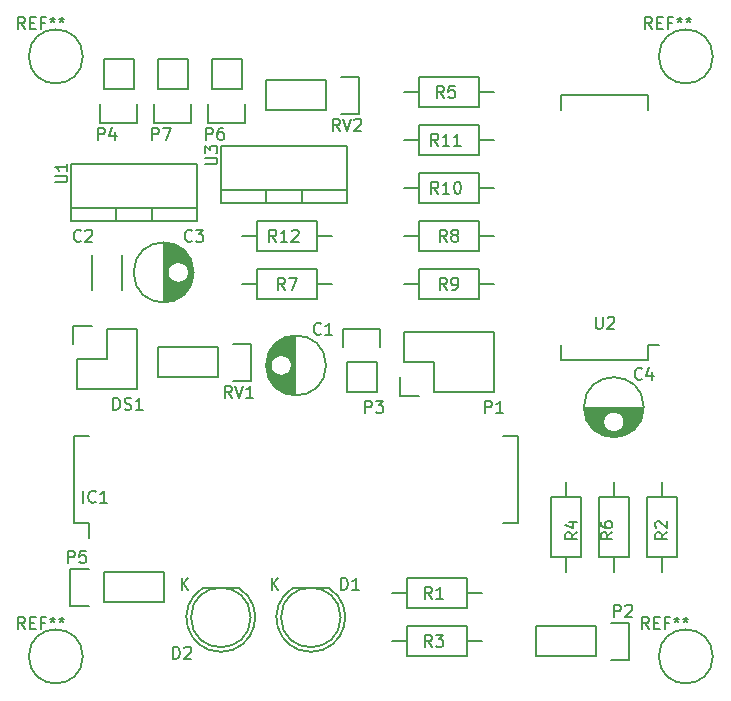
<source format=gbr>
G04 #@! TF.FileFunction,Legend,Top*
%FSLAX46Y46*%
G04 Gerber Fmt 4.6, Leading zero omitted, Abs format (unit mm)*
G04 Created by KiCad (PCBNEW 4.0.2-stable) date 2016-10-26 13:47:51*
%MOMM*%
G01*
G04 APERTURE LIST*
%ADD10C,0.100000*%
%ADD11C,0.150000*%
G04 APERTURE END LIST*
D10*
D11*
X139645000Y-61681000D02*
X139645000Y-56683000D01*
X139505000Y-61673000D02*
X139505000Y-56691000D01*
X139365000Y-61657000D02*
X139365000Y-59277000D01*
X139365000Y-59087000D02*
X139365000Y-56707000D01*
X139225000Y-61633000D02*
X139225000Y-59672000D01*
X139225000Y-58692000D02*
X139225000Y-56731000D01*
X139085000Y-61600000D02*
X139085000Y-59839000D01*
X139085000Y-58525000D02*
X139085000Y-56764000D01*
X138945000Y-61559000D02*
X138945000Y-59946000D01*
X138945000Y-58418000D02*
X138945000Y-56805000D01*
X138805000Y-61509000D02*
X138805000Y-60017000D01*
X138805000Y-58347000D02*
X138805000Y-56855000D01*
X138665000Y-61448000D02*
X138665000Y-60061000D01*
X138665000Y-58303000D02*
X138665000Y-56916000D01*
X138525000Y-61378000D02*
X138525000Y-60080000D01*
X138525000Y-58284000D02*
X138525000Y-56986000D01*
X138385000Y-61296000D02*
X138385000Y-60078000D01*
X138385000Y-58286000D02*
X138385000Y-57068000D01*
X138245000Y-61201000D02*
X138245000Y-60053000D01*
X138245000Y-58311000D02*
X138245000Y-57163000D01*
X138105000Y-61090000D02*
X138105000Y-60005000D01*
X138105000Y-58359000D02*
X138105000Y-57274000D01*
X137965000Y-60962000D02*
X137965000Y-59927000D01*
X137965000Y-58437000D02*
X137965000Y-57402000D01*
X137825000Y-60813000D02*
X137825000Y-59810000D01*
X137825000Y-58554000D02*
X137825000Y-57551000D01*
X137685000Y-60634000D02*
X137685000Y-59622000D01*
X137685000Y-58742000D02*
X137685000Y-57730000D01*
X137545000Y-60415000D02*
X137545000Y-57949000D01*
X137405000Y-60126000D02*
X137405000Y-58238000D01*
X137265000Y-59654000D02*
X137265000Y-58710000D01*
X139370000Y-59182000D02*
G75*
G03X139370000Y-59182000I-900000J0D01*
G01*
X142257500Y-59182000D02*
G75*
G03X142257500Y-59182000I-2537500J0D01*
G01*
X122448000Y-52828000D02*
X122448000Y-49828000D01*
X124948000Y-49828000D02*
X124948000Y-52828000D01*
X128579000Y-48809000D02*
X128579000Y-53807000D01*
X128719000Y-48817000D02*
X128719000Y-53799000D01*
X128859000Y-48833000D02*
X128859000Y-51213000D01*
X128859000Y-51403000D02*
X128859000Y-53783000D01*
X128999000Y-48857000D02*
X128999000Y-50818000D01*
X128999000Y-51798000D02*
X128999000Y-53759000D01*
X129139000Y-48890000D02*
X129139000Y-50651000D01*
X129139000Y-51965000D02*
X129139000Y-53726000D01*
X129279000Y-48931000D02*
X129279000Y-50544000D01*
X129279000Y-52072000D02*
X129279000Y-53685000D01*
X129419000Y-48981000D02*
X129419000Y-50473000D01*
X129419000Y-52143000D02*
X129419000Y-53635000D01*
X129559000Y-49042000D02*
X129559000Y-50429000D01*
X129559000Y-52187000D02*
X129559000Y-53574000D01*
X129699000Y-49112000D02*
X129699000Y-50410000D01*
X129699000Y-52206000D02*
X129699000Y-53504000D01*
X129839000Y-49194000D02*
X129839000Y-50412000D01*
X129839000Y-52204000D02*
X129839000Y-53422000D01*
X129979000Y-49289000D02*
X129979000Y-50437000D01*
X129979000Y-52179000D02*
X129979000Y-53327000D01*
X130119000Y-49400000D02*
X130119000Y-50485000D01*
X130119000Y-52131000D02*
X130119000Y-53216000D01*
X130259000Y-49528000D02*
X130259000Y-50563000D01*
X130259000Y-52053000D02*
X130259000Y-53088000D01*
X130399000Y-49677000D02*
X130399000Y-50680000D01*
X130399000Y-51936000D02*
X130399000Y-52939000D01*
X130539000Y-49856000D02*
X130539000Y-50868000D01*
X130539000Y-51748000D02*
X130539000Y-52760000D01*
X130679000Y-50075000D02*
X130679000Y-52541000D01*
X130819000Y-50364000D02*
X130819000Y-52252000D01*
X130959000Y-50836000D02*
X130959000Y-51780000D01*
X130654000Y-51308000D02*
G75*
G03X130654000Y-51308000I-900000J0D01*
G01*
X131041500Y-51308000D02*
G75*
G03X131041500Y-51308000I-2537500J0D01*
G01*
X169123000Y-62793000D02*
X164125000Y-62793000D01*
X169115000Y-62933000D02*
X164133000Y-62933000D01*
X169099000Y-63073000D02*
X166719000Y-63073000D01*
X166529000Y-63073000D02*
X164149000Y-63073000D01*
X169075000Y-63213000D02*
X167114000Y-63213000D01*
X166134000Y-63213000D02*
X164173000Y-63213000D01*
X169042000Y-63353000D02*
X167281000Y-63353000D01*
X165967000Y-63353000D02*
X164206000Y-63353000D01*
X169001000Y-63493000D02*
X167388000Y-63493000D01*
X165860000Y-63493000D02*
X164247000Y-63493000D01*
X168951000Y-63633000D02*
X167459000Y-63633000D01*
X165789000Y-63633000D02*
X164297000Y-63633000D01*
X168890000Y-63773000D02*
X167503000Y-63773000D01*
X165745000Y-63773000D02*
X164358000Y-63773000D01*
X168820000Y-63913000D02*
X167522000Y-63913000D01*
X165726000Y-63913000D02*
X164428000Y-63913000D01*
X168738000Y-64053000D02*
X167520000Y-64053000D01*
X165728000Y-64053000D02*
X164510000Y-64053000D01*
X168643000Y-64193000D02*
X167495000Y-64193000D01*
X165753000Y-64193000D02*
X164605000Y-64193000D01*
X168532000Y-64333000D02*
X167447000Y-64333000D01*
X165801000Y-64333000D02*
X164716000Y-64333000D01*
X168404000Y-64473000D02*
X167369000Y-64473000D01*
X165879000Y-64473000D02*
X164844000Y-64473000D01*
X168255000Y-64613000D02*
X167252000Y-64613000D01*
X165996000Y-64613000D02*
X164993000Y-64613000D01*
X168076000Y-64753000D02*
X167064000Y-64753000D01*
X166184000Y-64753000D02*
X165172000Y-64753000D01*
X167857000Y-64893000D02*
X165391000Y-64893000D01*
X167568000Y-65033000D02*
X165680000Y-65033000D01*
X167096000Y-65173000D02*
X166152000Y-65173000D01*
X167524000Y-63968000D02*
G75*
G03X167524000Y-63968000I-900000J0D01*
G01*
X169161500Y-62718000D02*
G75*
G03X169161500Y-62718000I-2537500J0D01*
G01*
X139445096Y-78033112D02*
G75*
G03X142470000Y-78018000I1524904J-2484888D01*
G01*
X139470000Y-78018000D02*
X142470000Y-78018000D01*
X143487936Y-80518000D02*
G75*
G03X143487936Y-80518000I-2517936J0D01*
G01*
X131825096Y-78033112D02*
G75*
G03X134850000Y-78018000I1524904J-2484888D01*
G01*
X131850000Y-78018000D02*
X134850000Y-78018000D01*
X135867936Y-80518000D02*
G75*
G03X135867936Y-80518000I-2517936J0D01*
G01*
X151384000Y-61468000D02*
X156464000Y-61468000D01*
X148564000Y-61748000D02*
X148564000Y-60198000D01*
X148844000Y-58928000D02*
X151384000Y-58928000D01*
X151384000Y-58928000D02*
X151384000Y-61468000D01*
X156464000Y-61468000D02*
X156464000Y-56388000D01*
X156464000Y-56388000D02*
X151384000Y-56388000D01*
X148564000Y-61748000D02*
X150114000Y-61748000D01*
X148844000Y-56388000D02*
X148844000Y-58928000D01*
X151384000Y-56388000D02*
X148844000Y-56388000D01*
X165100000Y-81280000D02*
X160020000Y-81280000D01*
X160020000Y-81280000D02*
X160020000Y-83820000D01*
X160020000Y-83820000D02*
X165100000Y-83820000D01*
X167920000Y-84100000D02*
X166370000Y-84100000D01*
X165100000Y-83820000D02*
X165100000Y-81280000D01*
X166370000Y-81000000D02*
X167920000Y-81000000D01*
X167920000Y-81000000D02*
X167920000Y-84100000D01*
X146558000Y-58928000D02*
X146558000Y-61468000D01*
X146838000Y-56108000D02*
X146838000Y-57658000D01*
X146558000Y-58928000D02*
X144018000Y-58928000D01*
X143738000Y-57658000D02*
X143738000Y-56108000D01*
X143738000Y-56108000D02*
X146838000Y-56108000D01*
X144018000Y-58928000D02*
X144018000Y-61468000D01*
X144018000Y-61468000D02*
X146558000Y-61468000D01*
X123444000Y-35814000D02*
X123444000Y-33274000D01*
X123164000Y-38634000D02*
X123164000Y-37084000D01*
X123444000Y-35814000D02*
X125984000Y-35814000D01*
X126264000Y-37084000D02*
X126264000Y-38634000D01*
X126264000Y-38634000D02*
X123164000Y-38634000D01*
X125984000Y-35814000D02*
X125984000Y-33274000D01*
X125984000Y-33274000D02*
X123444000Y-33274000D01*
X123444000Y-79248000D02*
X128524000Y-79248000D01*
X128524000Y-79248000D02*
X128524000Y-76708000D01*
X128524000Y-76708000D02*
X123444000Y-76708000D01*
X120624000Y-76428000D02*
X122174000Y-76428000D01*
X123444000Y-76708000D02*
X123444000Y-79248000D01*
X122174000Y-79528000D02*
X120624000Y-79528000D01*
X120624000Y-79528000D02*
X120624000Y-76428000D01*
X132588000Y-35814000D02*
X132588000Y-33274000D01*
X132308000Y-38634000D02*
X132308000Y-37084000D01*
X132588000Y-35814000D02*
X135128000Y-35814000D01*
X135408000Y-37084000D02*
X135408000Y-38634000D01*
X135408000Y-38634000D02*
X132308000Y-38634000D01*
X135128000Y-35814000D02*
X135128000Y-33274000D01*
X135128000Y-33274000D02*
X132588000Y-33274000D01*
X128016000Y-35814000D02*
X128016000Y-33274000D01*
X127736000Y-38634000D02*
X127736000Y-37084000D01*
X128016000Y-35814000D02*
X130556000Y-35814000D01*
X130836000Y-37084000D02*
X130836000Y-38634000D01*
X130836000Y-38634000D02*
X127736000Y-38634000D01*
X130556000Y-35814000D02*
X130556000Y-33274000D01*
X130556000Y-33274000D02*
X128016000Y-33274000D01*
X154178000Y-79756000D02*
X149098000Y-79756000D01*
X149098000Y-79756000D02*
X149098000Y-77216000D01*
X149098000Y-77216000D02*
X154178000Y-77216000D01*
X154178000Y-77216000D02*
X154178000Y-79756000D01*
X154178000Y-78486000D02*
X155448000Y-78486000D01*
X149098000Y-78486000D02*
X147828000Y-78486000D01*
X171958000Y-70358000D02*
X171958000Y-75438000D01*
X171958000Y-75438000D02*
X169418000Y-75438000D01*
X169418000Y-75438000D02*
X169418000Y-70358000D01*
X169418000Y-70358000D02*
X171958000Y-70358000D01*
X170688000Y-70358000D02*
X170688000Y-69088000D01*
X170688000Y-75438000D02*
X170688000Y-76708000D01*
X154178000Y-83820000D02*
X149098000Y-83820000D01*
X149098000Y-83820000D02*
X149098000Y-81280000D01*
X149098000Y-81280000D02*
X154178000Y-81280000D01*
X154178000Y-81280000D02*
X154178000Y-83820000D01*
X154178000Y-82550000D02*
X155448000Y-82550000D01*
X149098000Y-82550000D02*
X147828000Y-82550000D01*
X165354000Y-75438000D02*
X165354000Y-70358000D01*
X165354000Y-70358000D02*
X167894000Y-70358000D01*
X167894000Y-70358000D02*
X167894000Y-75438000D01*
X167894000Y-75438000D02*
X165354000Y-75438000D01*
X166624000Y-75438000D02*
X166624000Y-76708000D01*
X166624000Y-70358000D02*
X166624000Y-69088000D01*
X150114000Y-34798000D02*
X155194000Y-34798000D01*
X155194000Y-34798000D02*
X155194000Y-37338000D01*
X155194000Y-37338000D02*
X150114000Y-37338000D01*
X150114000Y-37338000D02*
X150114000Y-34798000D01*
X150114000Y-36068000D02*
X148844000Y-36068000D01*
X155194000Y-36068000D02*
X156464000Y-36068000D01*
X163830000Y-70358000D02*
X163830000Y-75438000D01*
X163830000Y-75438000D02*
X161290000Y-75438000D01*
X161290000Y-75438000D02*
X161290000Y-70358000D01*
X161290000Y-70358000D02*
X163830000Y-70358000D01*
X162560000Y-70358000D02*
X162560000Y-69088000D01*
X162560000Y-75438000D02*
X162560000Y-76708000D01*
X141478000Y-53594000D02*
X136398000Y-53594000D01*
X136398000Y-53594000D02*
X136398000Y-51054000D01*
X136398000Y-51054000D02*
X141478000Y-51054000D01*
X141478000Y-51054000D02*
X141478000Y-53594000D01*
X141478000Y-52324000D02*
X142748000Y-52324000D01*
X136398000Y-52324000D02*
X135128000Y-52324000D01*
X155194000Y-49530000D02*
X150114000Y-49530000D01*
X150114000Y-49530000D02*
X150114000Y-46990000D01*
X150114000Y-46990000D02*
X155194000Y-46990000D01*
X155194000Y-46990000D02*
X155194000Y-49530000D01*
X155194000Y-48260000D02*
X156464000Y-48260000D01*
X150114000Y-48260000D02*
X148844000Y-48260000D01*
X150114000Y-51054000D02*
X155194000Y-51054000D01*
X155194000Y-51054000D02*
X155194000Y-53594000D01*
X155194000Y-53594000D02*
X150114000Y-53594000D01*
X150114000Y-53594000D02*
X150114000Y-51054000D01*
X150114000Y-52324000D02*
X148844000Y-52324000D01*
X155194000Y-52324000D02*
X156464000Y-52324000D01*
X155194000Y-45466000D02*
X150114000Y-45466000D01*
X150114000Y-45466000D02*
X150114000Y-42926000D01*
X150114000Y-42926000D02*
X155194000Y-42926000D01*
X155194000Y-42926000D02*
X155194000Y-45466000D01*
X155194000Y-44196000D02*
X156464000Y-44196000D01*
X150114000Y-44196000D02*
X148844000Y-44196000D01*
X150114000Y-38862000D02*
X155194000Y-38862000D01*
X155194000Y-38862000D02*
X155194000Y-41402000D01*
X155194000Y-41402000D02*
X150114000Y-41402000D01*
X150114000Y-41402000D02*
X150114000Y-38862000D01*
X150114000Y-40132000D02*
X148844000Y-40132000D01*
X155194000Y-40132000D02*
X156464000Y-40132000D01*
X141478000Y-49530000D02*
X136398000Y-49530000D01*
X136398000Y-49530000D02*
X136398000Y-46990000D01*
X136398000Y-46990000D02*
X141478000Y-46990000D01*
X141478000Y-46990000D02*
X141478000Y-49530000D01*
X141478000Y-48260000D02*
X142748000Y-48260000D01*
X136398000Y-48260000D02*
X135128000Y-48260000D01*
X133096000Y-57658000D02*
X128016000Y-57658000D01*
X128016000Y-57658000D02*
X128016000Y-60198000D01*
X128016000Y-60198000D02*
X133096000Y-60198000D01*
X135916000Y-60478000D02*
X134366000Y-60478000D01*
X133096000Y-60198000D02*
X133096000Y-57658000D01*
X134366000Y-57378000D02*
X135916000Y-57378000D01*
X135916000Y-57378000D02*
X135916000Y-60478000D01*
X142240000Y-35052000D02*
X137160000Y-35052000D01*
X137160000Y-35052000D02*
X137160000Y-37592000D01*
X137160000Y-37592000D02*
X142240000Y-37592000D01*
X145060000Y-37872000D02*
X143510000Y-37872000D01*
X142240000Y-37592000D02*
X142240000Y-35052000D01*
X143510000Y-34772000D02*
X145060000Y-34772000D01*
X145060000Y-34772000D02*
X145060000Y-37872000D01*
X127508000Y-46990000D02*
X127508000Y-45847000D01*
X124460000Y-46990000D02*
X124460000Y-45847000D01*
X120650000Y-45847000D02*
X120650000Y-42164000D01*
X120650000Y-42164000D02*
X131318000Y-42164000D01*
X131318000Y-42164000D02*
X131318000Y-45847000D01*
X120650000Y-46990000D02*
X120650000Y-45847000D01*
X120650000Y-45847000D02*
X131318000Y-45847000D01*
X131318000Y-45847000D02*
X131318000Y-46990000D01*
X125984000Y-46990000D02*
X131318000Y-46990000D01*
X125984000Y-46990000D02*
X120650000Y-46990000D01*
X140208000Y-45466000D02*
X140208000Y-44323000D01*
X137160000Y-45466000D02*
X137160000Y-44323000D01*
X133350000Y-44323000D02*
X133350000Y-40640000D01*
X133350000Y-40640000D02*
X144018000Y-40640000D01*
X144018000Y-40640000D02*
X144018000Y-44323000D01*
X133350000Y-45466000D02*
X133350000Y-44323000D01*
X133350000Y-44323000D02*
X144018000Y-44323000D01*
X144018000Y-44323000D02*
X144018000Y-45466000D01*
X138684000Y-45466000D02*
X144018000Y-45466000D01*
X138684000Y-45466000D02*
X133350000Y-45466000D01*
X120878000Y-57404000D02*
X120878000Y-55854000D01*
X122428000Y-55854000D02*
X120878000Y-55854000D01*
X121158000Y-58674000D02*
X123698000Y-58674000D01*
X123698000Y-58674000D02*
X123698000Y-56134000D01*
X123698000Y-56134000D02*
X126238000Y-56134000D01*
X126238000Y-56134000D02*
X126238000Y-61214000D01*
X126238000Y-61214000D02*
X121158000Y-61214000D01*
X121158000Y-61214000D02*
X121158000Y-58674000D01*
X169537000Y-58683000D02*
X169537000Y-57413000D01*
X162187000Y-58683000D02*
X162187000Y-57413000D01*
X162187000Y-36313000D02*
X162187000Y-37583000D01*
X169537000Y-36313000D02*
X169537000Y-37583000D01*
X169537000Y-58683000D02*
X162187000Y-58683000D01*
X169537000Y-36313000D02*
X162187000Y-36313000D01*
X169537000Y-57413000D02*
X170472000Y-57413000D01*
X120895000Y-72509000D02*
X122165000Y-72509000D01*
X120895000Y-65159000D02*
X122165000Y-65159000D01*
X158505000Y-65159000D02*
X157235000Y-65159000D01*
X158505000Y-72509000D02*
X157235000Y-72509000D01*
X120895000Y-72509000D02*
X120895000Y-65159000D01*
X158505000Y-72509000D02*
X158505000Y-65159000D01*
X122165000Y-72509000D02*
X122165000Y-73794000D01*
X121666000Y-33020000D02*
G75*
G03X121666000Y-33020000I-2286000J0D01*
G01*
X175006000Y-33020000D02*
G75*
G03X175006000Y-33020000I-2286000J0D01*
G01*
X175006000Y-83820000D02*
G75*
G03X175006000Y-83820000I-2286000J0D01*
G01*
X121666000Y-83820000D02*
G75*
G03X121666000Y-83820000I-2286000J0D01*
G01*
X141819334Y-56491143D02*
X141771715Y-56538762D01*
X141628858Y-56586381D01*
X141533620Y-56586381D01*
X141390762Y-56538762D01*
X141295524Y-56443524D01*
X141247905Y-56348286D01*
X141200286Y-56157810D01*
X141200286Y-56014952D01*
X141247905Y-55824476D01*
X141295524Y-55729238D01*
X141390762Y-55634000D01*
X141533620Y-55586381D01*
X141628858Y-55586381D01*
X141771715Y-55634000D01*
X141819334Y-55681619D01*
X142771715Y-56586381D02*
X142200286Y-56586381D01*
X142486000Y-56586381D02*
X142486000Y-55586381D01*
X142390762Y-55729238D01*
X142295524Y-55824476D01*
X142200286Y-55872095D01*
X121499334Y-48617143D02*
X121451715Y-48664762D01*
X121308858Y-48712381D01*
X121213620Y-48712381D01*
X121070762Y-48664762D01*
X120975524Y-48569524D01*
X120927905Y-48474286D01*
X120880286Y-48283810D01*
X120880286Y-48140952D01*
X120927905Y-47950476D01*
X120975524Y-47855238D01*
X121070762Y-47760000D01*
X121213620Y-47712381D01*
X121308858Y-47712381D01*
X121451715Y-47760000D01*
X121499334Y-47807619D01*
X121880286Y-47807619D02*
X121927905Y-47760000D01*
X122023143Y-47712381D01*
X122261239Y-47712381D01*
X122356477Y-47760000D01*
X122404096Y-47807619D01*
X122451715Y-47902857D01*
X122451715Y-47998095D01*
X122404096Y-48140952D01*
X121832667Y-48712381D01*
X122451715Y-48712381D01*
X130897334Y-48617143D02*
X130849715Y-48664762D01*
X130706858Y-48712381D01*
X130611620Y-48712381D01*
X130468762Y-48664762D01*
X130373524Y-48569524D01*
X130325905Y-48474286D01*
X130278286Y-48283810D01*
X130278286Y-48140952D01*
X130325905Y-47950476D01*
X130373524Y-47855238D01*
X130468762Y-47760000D01*
X130611620Y-47712381D01*
X130706858Y-47712381D01*
X130849715Y-47760000D01*
X130897334Y-47807619D01*
X131230667Y-47712381D02*
X131849715Y-47712381D01*
X131516381Y-48093333D01*
X131659239Y-48093333D01*
X131754477Y-48140952D01*
X131802096Y-48188571D01*
X131849715Y-48283810D01*
X131849715Y-48521905D01*
X131802096Y-48617143D01*
X131754477Y-48664762D01*
X131659239Y-48712381D01*
X131373524Y-48712381D01*
X131278286Y-48664762D01*
X131230667Y-48617143D01*
X168997334Y-60301143D02*
X168949715Y-60348762D01*
X168806858Y-60396381D01*
X168711620Y-60396381D01*
X168568762Y-60348762D01*
X168473524Y-60253524D01*
X168425905Y-60158286D01*
X168378286Y-59967810D01*
X168378286Y-59824952D01*
X168425905Y-59634476D01*
X168473524Y-59539238D01*
X168568762Y-59444000D01*
X168711620Y-59396381D01*
X168806858Y-59396381D01*
X168949715Y-59444000D01*
X168997334Y-59491619D01*
X169854477Y-59729714D02*
X169854477Y-60396381D01*
X169616381Y-59348762D02*
X169378286Y-60063048D01*
X169997334Y-60063048D01*
X143533905Y-78176381D02*
X143533905Y-77176381D01*
X143772000Y-77176381D01*
X143914858Y-77224000D01*
X144010096Y-77319238D01*
X144057715Y-77414476D01*
X144105334Y-77604952D01*
X144105334Y-77747810D01*
X144057715Y-77938286D01*
X144010096Y-78033524D01*
X143914858Y-78128762D01*
X143772000Y-78176381D01*
X143533905Y-78176381D01*
X145057715Y-78176381D02*
X144486286Y-78176381D01*
X144772000Y-78176381D02*
X144772000Y-77176381D01*
X144676762Y-77319238D01*
X144581524Y-77414476D01*
X144486286Y-77462095D01*
X137660095Y-78176381D02*
X137660095Y-77176381D01*
X138231524Y-78176381D02*
X137802952Y-77604952D01*
X138231524Y-77176381D02*
X137660095Y-77747810D01*
X129309905Y-84018381D02*
X129309905Y-83018381D01*
X129548000Y-83018381D01*
X129690858Y-83066000D01*
X129786096Y-83161238D01*
X129833715Y-83256476D01*
X129881334Y-83446952D01*
X129881334Y-83589810D01*
X129833715Y-83780286D01*
X129786096Y-83875524D01*
X129690858Y-83970762D01*
X129548000Y-84018381D01*
X129309905Y-84018381D01*
X130262286Y-83113619D02*
X130309905Y-83066000D01*
X130405143Y-83018381D01*
X130643239Y-83018381D01*
X130738477Y-83066000D01*
X130786096Y-83113619D01*
X130833715Y-83208857D01*
X130833715Y-83304095D01*
X130786096Y-83446952D01*
X130214667Y-84018381D01*
X130833715Y-84018381D01*
X130040095Y-78176381D02*
X130040095Y-77176381D01*
X130611524Y-78176381D02*
X130182952Y-77604952D01*
X130611524Y-77176381D02*
X130040095Y-77747810D01*
X155725905Y-63190381D02*
X155725905Y-62190381D01*
X156106858Y-62190381D01*
X156202096Y-62238000D01*
X156249715Y-62285619D01*
X156297334Y-62380857D01*
X156297334Y-62523714D01*
X156249715Y-62618952D01*
X156202096Y-62666571D01*
X156106858Y-62714190D01*
X155725905Y-62714190D01*
X157249715Y-63190381D02*
X156678286Y-63190381D01*
X156964000Y-63190381D02*
X156964000Y-62190381D01*
X156868762Y-62333238D01*
X156773524Y-62428476D01*
X156678286Y-62476095D01*
X166647905Y-80462381D02*
X166647905Y-79462381D01*
X167028858Y-79462381D01*
X167124096Y-79510000D01*
X167171715Y-79557619D01*
X167219334Y-79652857D01*
X167219334Y-79795714D01*
X167171715Y-79890952D01*
X167124096Y-79938571D01*
X167028858Y-79986190D01*
X166647905Y-79986190D01*
X167600286Y-79557619D02*
X167647905Y-79510000D01*
X167743143Y-79462381D01*
X167981239Y-79462381D01*
X168076477Y-79510000D01*
X168124096Y-79557619D01*
X168171715Y-79652857D01*
X168171715Y-79748095D01*
X168124096Y-79890952D01*
X167552667Y-80462381D01*
X168171715Y-80462381D01*
X145565905Y-63190381D02*
X145565905Y-62190381D01*
X145946858Y-62190381D01*
X146042096Y-62238000D01*
X146089715Y-62285619D01*
X146137334Y-62380857D01*
X146137334Y-62523714D01*
X146089715Y-62618952D01*
X146042096Y-62666571D01*
X145946858Y-62714190D01*
X145565905Y-62714190D01*
X146470667Y-62190381D02*
X147089715Y-62190381D01*
X146756381Y-62571333D01*
X146899239Y-62571333D01*
X146994477Y-62618952D01*
X147042096Y-62666571D01*
X147089715Y-62761810D01*
X147089715Y-62999905D01*
X147042096Y-63095143D01*
X146994477Y-63142762D01*
X146899239Y-63190381D01*
X146613524Y-63190381D01*
X146518286Y-63142762D01*
X146470667Y-63095143D01*
X122959905Y-40076381D02*
X122959905Y-39076381D01*
X123340858Y-39076381D01*
X123436096Y-39124000D01*
X123483715Y-39171619D01*
X123531334Y-39266857D01*
X123531334Y-39409714D01*
X123483715Y-39504952D01*
X123436096Y-39552571D01*
X123340858Y-39600190D01*
X122959905Y-39600190D01*
X124388477Y-39409714D02*
X124388477Y-40076381D01*
X124150381Y-39028762D02*
X123912286Y-39743048D01*
X124531334Y-39743048D01*
X120419905Y-75890381D02*
X120419905Y-74890381D01*
X120800858Y-74890381D01*
X120896096Y-74938000D01*
X120943715Y-74985619D01*
X120991334Y-75080857D01*
X120991334Y-75223714D01*
X120943715Y-75318952D01*
X120896096Y-75366571D01*
X120800858Y-75414190D01*
X120419905Y-75414190D01*
X121896096Y-74890381D02*
X121419905Y-74890381D01*
X121372286Y-75366571D01*
X121419905Y-75318952D01*
X121515143Y-75271333D01*
X121753239Y-75271333D01*
X121848477Y-75318952D01*
X121896096Y-75366571D01*
X121943715Y-75461810D01*
X121943715Y-75699905D01*
X121896096Y-75795143D01*
X121848477Y-75842762D01*
X121753239Y-75890381D01*
X121515143Y-75890381D01*
X121419905Y-75842762D01*
X121372286Y-75795143D01*
X132103905Y-40076381D02*
X132103905Y-39076381D01*
X132484858Y-39076381D01*
X132580096Y-39124000D01*
X132627715Y-39171619D01*
X132675334Y-39266857D01*
X132675334Y-39409714D01*
X132627715Y-39504952D01*
X132580096Y-39552571D01*
X132484858Y-39600190D01*
X132103905Y-39600190D01*
X133532477Y-39076381D02*
X133342000Y-39076381D01*
X133246762Y-39124000D01*
X133199143Y-39171619D01*
X133103905Y-39314476D01*
X133056286Y-39504952D01*
X133056286Y-39885905D01*
X133103905Y-39981143D01*
X133151524Y-40028762D01*
X133246762Y-40076381D01*
X133437239Y-40076381D01*
X133532477Y-40028762D01*
X133580096Y-39981143D01*
X133627715Y-39885905D01*
X133627715Y-39647810D01*
X133580096Y-39552571D01*
X133532477Y-39504952D01*
X133437239Y-39457333D01*
X133246762Y-39457333D01*
X133151524Y-39504952D01*
X133103905Y-39552571D01*
X133056286Y-39647810D01*
X127531905Y-40076381D02*
X127531905Y-39076381D01*
X127912858Y-39076381D01*
X128008096Y-39124000D01*
X128055715Y-39171619D01*
X128103334Y-39266857D01*
X128103334Y-39409714D01*
X128055715Y-39504952D01*
X128008096Y-39552571D01*
X127912858Y-39600190D01*
X127531905Y-39600190D01*
X128436667Y-39076381D02*
X129103334Y-39076381D01*
X128674762Y-40076381D01*
X151217334Y-78938381D02*
X150884000Y-78462190D01*
X150645905Y-78938381D02*
X150645905Y-77938381D01*
X151026858Y-77938381D01*
X151122096Y-77986000D01*
X151169715Y-78033619D01*
X151217334Y-78128857D01*
X151217334Y-78271714D01*
X151169715Y-78366952D01*
X151122096Y-78414571D01*
X151026858Y-78462190D01*
X150645905Y-78462190D01*
X152169715Y-78938381D02*
X151598286Y-78938381D01*
X151884000Y-78938381D02*
X151884000Y-77938381D01*
X151788762Y-78081238D01*
X151693524Y-78176476D01*
X151598286Y-78224095D01*
X171140381Y-73318666D02*
X170664190Y-73652000D01*
X171140381Y-73890095D02*
X170140381Y-73890095D01*
X170140381Y-73509142D01*
X170188000Y-73413904D01*
X170235619Y-73366285D01*
X170330857Y-73318666D01*
X170473714Y-73318666D01*
X170568952Y-73366285D01*
X170616571Y-73413904D01*
X170664190Y-73509142D01*
X170664190Y-73890095D01*
X170235619Y-72937714D02*
X170188000Y-72890095D01*
X170140381Y-72794857D01*
X170140381Y-72556761D01*
X170188000Y-72461523D01*
X170235619Y-72413904D01*
X170330857Y-72366285D01*
X170426095Y-72366285D01*
X170568952Y-72413904D01*
X171140381Y-72985333D01*
X171140381Y-72366285D01*
X151217334Y-83002381D02*
X150884000Y-82526190D01*
X150645905Y-83002381D02*
X150645905Y-82002381D01*
X151026858Y-82002381D01*
X151122096Y-82050000D01*
X151169715Y-82097619D01*
X151217334Y-82192857D01*
X151217334Y-82335714D01*
X151169715Y-82430952D01*
X151122096Y-82478571D01*
X151026858Y-82526190D01*
X150645905Y-82526190D01*
X151550667Y-82002381D02*
X152169715Y-82002381D01*
X151836381Y-82383333D01*
X151979239Y-82383333D01*
X152074477Y-82430952D01*
X152122096Y-82478571D01*
X152169715Y-82573810D01*
X152169715Y-82811905D01*
X152122096Y-82907143D01*
X152074477Y-82954762D01*
X151979239Y-83002381D01*
X151693524Y-83002381D01*
X151598286Y-82954762D01*
X151550667Y-82907143D01*
X163520381Y-73318666D02*
X163044190Y-73652000D01*
X163520381Y-73890095D02*
X162520381Y-73890095D01*
X162520381Y-73509142D01*
X162568000Y-73413904D01*
X162615619Y-73366285D01*
X162710857Y-73318666D01*
X162853714Y-73318666D01*
X162948952Y-73366285D01*
X162996571Y-73413904D01*
X163044190Y-73509142D01*
X163044190Y-73890095D01*
X162853714Y-72461523D02*
X163520381Y-72461523D01*
X162472762Y-72699619D02*
X163187048Y-72937714D01*
X163187048Y-72318666D01*
X152233334Y-36520381D02*
X151900000Y-36044190D01*
X151661905Y-36520381D02*
X151661905Y-35520381D01*
X152042858Y-35520381D01*
X152138096Y-35568000D01*
X152185715Y-35615619D01*
X152233334Y-35710857D01*
X152233334Y-35853714D01*
X152185715Y-35948952D01*
X152138096Y-35996571D01*
X152042858Y-36044190D01*
X151661905Y-36044190D01*
X153138096Y-35520381D02*
X152661905Y-35520381D01*
X152614286Y-35996571D01*
X152661905Y-35948952D01*
X152757143Y-35901333D01*
X152995239Y-35901333D01*
X153090477Y-35948952D01*
X153138096Y-35996571D01*
X153185715Y-36091810D01*
X153185715Y-36329905D01*
X153138096Y-36425143D01*
X153090477Y-36472762D01*
X152995239Y-36520381D01*
X152757143Y-36520381D01*
X152661905Y-36472762D01*
X152614286Y-36425143D01*
X166512501Y-73313586D02*
X166036310Y-73646920D01*
X166512501Y-73885015D02*
X165512501Y-73885015D01*
X165512501Y-73504062D01*
X165560120Y-73408824D01*
X165607739Y-73361205D01*
X165702977Y-73313586D01*
X165845834Y-73313586D01*
X165941072Y-73361205D01*
X165988691Y-73408824D01*
X166036310Y-73504062D01*
X166036310Y-73885015D01*
X165512501Y-72456443D02*
X165512501Y-72646920D01*
X165560120Y-72742158D01*
X165607739Y-72789777D01*
X165750596Y-72885015D01*
X165941072Y-72932634D01*
X166322025Y-72932634D01*
X166417263Y-72885015D01*
X166464882Y-72837396D01*
X166512501Y-72742158D01*
X166512501Y-72551681D01*
X166464882Y-72456443D01*
X166417263Y-72408824D01*
X166322025Y-72361205D01*
X166083930Y-72361205D01*
X165988691Y-72408824D01*
X165941072Y-72456443D01*
X165893453Y-72551681D01*
X165893453Y-72742158D01*
X165941072Y-72837396D01*
X165988691Y-72885015D01*
X166083930Y-72932634D01*
X138771334Y-52776381D02*
X138438000Y-52300190D01*
X138199905Y-52776381D02*
X138199905Y-51776381D01*
X138580858Y-51776381D01*
X138676096Y-51824000D01*
X138723715Y-51871619D01*
X138771334Y-51966857D01*
X138771334Y-52109714D01*
X138723715Y-52204952D01*
X138676096Y-52252571D01*
X138580858Y-52300190D01*
X138199905Y-52300190D01*
X139104667Y-51776381D02*
X139771334Y-51776381D01*
X139342762Y-52776381D01*
X152487334Y-48712381D02*
X152154000Y-48236190D01*
X151915905Y-48712381D02*
X151915905Y-47712381D01*
X152296858Y-47712381D01*
X152392096Y-47760000D01*
X152439715Y-47807619D01*
X152487334Y-47902857D01*
X152487334Y-48045714D01*
X152439715Y-48140952D01*
X152392096Y-48188571D01*
X152296858Y-48236190D01*
X151915905Y-48236190D01*
X153058762Y-48140952D02*
X152963524Y-48093333D01*
X152915905Y-48045714D01*
X152868286Y-47950476D01*
X152868286Y-47902857D01*
X152915905Y-47807619D01*
X152963524Y-47760000D01*
X153058762Y-47712381D01*
X153249239Y-47712381D01*
X153344477Y-47760000D01*
X153392096Y-47807619D01*
X153439715Y-47902857D01*
X153439715Y-47950476D01*
X153392096Y-48045714D01*
X153344477Y-48093333D01*
X153249239Y-48140952D01*
X153058762Y-48140952D01*
X152963524Y-48188571D01*
X152915905Y-48236190D01*
X152868286Y-48331429D01*
X152868286Y-48521905D01*
X152915905Y-48617143D01*
X152963524Y-48664762D01*
X153058762Y-48712381D01*
X153249239Y-48712381D01*
X153344477Y-48664762D01*
X153392096Y-48617143D01*
X153439715Y-48521905D01*
X153439715Y-48331429D01*
X153392096Y-48236190D01*
X153344477Y-48188571D01*
X153249239Y-48140952D01*
X152487334Y-52776381D02*
X152154000Y-52300190D01*
X151915905Y-52776381D02*
X151915905Y-51776381D01*
X152296858Y-51776381D01*
X152392096Y-51824000D01*
X152439715Y-51871619D01*
X152487334Y-51966857D01*
X152487334Y-52109714D01*
X152439715Y-52204952D01*
X152392096Y-52252571D01*
X152296858Y-52300190D01*
X151915905Y-52300190D01*
X152963524Y-52776381D02*
X153154000Y-52776381D01*
X153249239Y-52728762D01*
X153296858Y-52681143D01*
X153392096Y-52538286D01*
X153439715Y-52347810D01*
X153439715Y-51966857D01*
X153392096Y-51871619D01*
X153344477Y-51824000D01*
X153249239Y-51776381D01*
X153058762Y-51776381D01*
X152963524Y-51824000D01*
X152915905Y-51871619D01*
X152868286Y-51966857D01*
X152868286Y-52204952D01*
X152915905Y-52300190D01*
X152963524Y-52347810D01*
X153058762Y-52395429D01*
X153249239Y-52395429D01*
X153344477Y-52347810D01*
X153392096Y-52300190D01*
X153439715Y-52204952D01*
X151757143Y-44648381D02*
X151423809Y-44172190D01*
X151185714Y-44648381D02*
X151185714Y-43648381D01*
X151566667Y-43648381D01*
X151661905Y-43696000D01*
X151709524Y-43743619D01*
X151757143Y-43838857D01*
X151757143Y-43981714D01*
X151709524Y-44076952D01*
X151661905Y-44124571D01*
X151566667Y-44172190D01*
X151185714Y-44172190D01*
X152709524Y-44648381D02*
X152138095Y-44648381D01*
X152423809Y-44648381D02*
X152423809Y-43648381D01*
X152328571Y-43791238D01*
X152233333Y-43886476D01*
X152138095Y-43934095D01*
X153328571Y-43648381D02*
X153423810Y-43648381D01*
X153519048Y-43696000D01*
X153566667Y-43743619D01*
X153614286Y-43838857D01*
X153661905Y-44029333D01*
X153661905Y-44267429D01*
X153614286Y-44457905D01*
X153566667Y-44553143D01*
X153519048Y-44600762D01*
X153423810Y-44648381D01*
X153328571Y-44648381D01*
X153233333Y-44600762D01*
X153185714Y-44553143D01*
X153138095Y-44457905D01*
X153090476Y-44267429D01*
X153090476Y-44029333D01*
X153138095Y-43838857D01*
X153185714Y-43743619D01*
X153233333Y-43696000D01*
X153328571Y-43648381D01*
X151757143Y-40584381D02*
X151423809Y-40108190D01*
X151185714Y-40584381D02*
X151185714Y-39584381D01*
X151566667Y-39584381D01*
X151661905Y-39632000D01*
X151709524Y-39679619D01*
X151757143Y-39774857D01*
X151757143Y-39917714D01*
X151709524Y-40012952D01*
X151661905Y-40060571D01*
X151566667Y-40108190D01*
X151185714Y-40108190D01*
X152709524Y-40584381D02*
X152138095Y-40584381D01*
X152423809Y-40584381D02*
X152423809Y-39584381D01*
X152328571Y-39727238D01*
X152233333Y-39822476D01*
X152138095Y-39870095D01*
X153661905Y-40584381D02*
X153090476Y-40584381D01*
X153376190Y-40584381D02*
X153376190Y-39584381D01*
X153280952Y-39727238D01*
X153185714Y-39822476D01*
X153090476Y-39870095D01*
X138041143Y-48712381D02*
X137707809Y-48236190D01*
X137469714Y-48712381D02*
X137469714Y-47712381D01*
X137850667Y-47712381D01*
X137945905Y-47760000D01*
X137993524Y-47807619D01*
X138041143Y-47902857D01*
X138041143Y-48045714D01*
X137993524Y-48140952D01*
X137945905Y-48188571D01*
X137850667Y-48236190D01*
X137469714Y-48236190D01*
X138993524Y-48712381D02*
X138422095Y-48712381D01*
X138707809Y-48712381D02*
X138707809Y-47712381D01*
X138612571Y-47855238D01*
X138517333Y-47950476D01*
X138422095Y-47998095D01*
X139374476Y-47807619D02*
X139422095Y-47760000D01*
X139517333Y-47712381D01*
X139755429Y-47712381D01*
X139850667Y-47760000D01*
X139898286Y-47807619D01*
X139945905Y-47902857D01*
X139945905Y-47998095D01*
X139898286Y-48140952D01*
X139326857Y-48712381D01*
X139945905Y-48712381D01*
X134278762Y-61920381D02*
X133945428Y-61444190D01*
X133707333Y-61920381D02*
X133707333Y-60920381D01*
X134088286Y-60920381D01*
X134183524Y-60968000D01*
X134231143Y-61015619D01*
X134278762Y-61110857D01*
X134278762Y-61253714D01*
X134231143Y-61348952D01*
X134183524Y-61396571D01*
X134088286Y-61444190D01*
X133707333Y-61444190D01*
X134564476Y-60920381D02*
X134897809Y-61920381D01*
X135231143Y-60920381D01*
X136088286Y-61920381D02*
X135516857Y-61920381D01*
X135802571Y-61920381D02*
X135802571Y-60920381D01*
X135707333Y-61063238D01*
X135612095Y-61158476D01*
X135516857Y-61206095D01*
X143422762Y-39314381D02*
X143089428Y-38838190D01*
X142851333Y-39314381D02*
X142851333Y-38314381D01*
X143232286Y-38314381D01*
X143327524Y-38362000D01*
X143375143Y-38409619D01*
X143422762Y-38504857D01*
X143422762Y-38647714D01*
X143375143Y-38742952D01*
X143327524Y-38790571D01*
X143232286Y-38838190D01*
X142851333Y-38838190D01*
X143708476Y-38314381D02*
X144041809Y-39314381D01*
X144375143Y-38314381D01*
X144660857Y-38409619D02*
X144708476Y-38362000D01*
X144803714Y-38314381D01*
X145041810Y-38314381D01*
X145137048Y-38362000D01*
X145184667Y-38409619D01*
X145232286Y-38504857D01*
X145232286Y-38600095D01*
X145184667Y-38742952D01*
X144613238Y-39314381D01*
X145232286Y-39314381D01*
X119340381Y-43687905D02*
X120149905Y-43687905D01*
X120245143Y-43640286D01*
X120292762Y-43592667D01*
X120340381Y-43497429D01*
X120340381Y-43306952D01*
X120292762Y-43211714D01*
X120245143Y-43164095D01*
X120149905Y-43116476D01*
X119340381Y-43116476D01*
X120340381Y-42116476D02*
X120340381Y-42687905D01*
X120340381Y-42402191D02*
X119340381Y-42402191D01*
X119483238Y-42497429D01*
X119578476Y-42592667D01*
X119626095Y-42687905D01*
X132040381Y-42163905D02*
X132849905Y-42163905D01*
X132945143Y-42116286D01*
X132992762Y-42068667D01*
X133040381Y-41973429D01*
X133040381Y-41782952D01*
X132992762Y-41687714D01*
X132945143Y-41640095D01*
X132849905Y-41592476D01*
X132040381Y-41592476D01*
X132040381Y-41211524D02*
X132040381Y-40592476D01*
X132421333Y-40925810D01*
X132421333Y-40782952D01*
X132468952Y-40687714D01*
X132516571Y-40640095D01*
X132611810Y-40592476D01*
X132849905Y-40592476D01*
X132945143Y-40640095D01*
X132992762Y-40687714D01*
X133040381Y-40782952D01*
X133040381Y-41068667D01*
X132992762Y-41163905D01*
X132945143Y-41211524D01*
X124261714Y-62936381D02*
X124261714Y-61936381D01*
X124499809Y-61936381D01*
X124642667Y-61984000D01*
X124737905Y-62079238D01*
X124785524Y-62174476D01*
X124833143Y-62364952D01*
X124833143Y-62507810D01*
X124785524Y-62698286D01*
X124737905Y-62793524D01*
X124642667Y-62888762D01*
X124499809Y-62936381D01*
X124261714Y-62936381D01*
X125214095Y-62888762D02*
X125356952Y-62936381D01*
X125595048Y-62936381D01*
X125690286Y-62888762D01*
X125737905Y-62841143D01*
X125785524Y-62745905D01*
X125785524Y-62650667D01*
X125737905Y-62555429D01*
X125690286Y-62507810D01*
X125595048Y-62460190D01*
X125404571Y-62412571D01*
X125309333Y-62364952D01*
X125261714Y-62317333D01*
X125214095Y-62222095D01*
X125214095Y-62126857D01*
X125261714Y-62031619D01*
X125309333Y-61984000D01*
X125404571Y-61936381D01*
X125642667Y-61936381D01*
X125785524Y-61984000D01*
X126737905Y-62936381D02*
X126166476Y-62936381D01*
X126452190Y-62936381D02*
X126452190Y-61936381D01*
X126356952Y-62079238D01*
X126261714Y-62174476D01*
X126166476Y-62222095D01*
X165100095Y-55078381D02*
X165100095Y-55887905D01*
X165147714Y-55983143D01*
X165195333Y-56030762D01*
X165290571Y-56078381D01*
X165481048Y-56078381D01*
X165576286Y-56030762D01*
X165623905Y-55983143D01*
X165671524Y-55887905D01*
X165671524Y-55078381D01*
X166100095Y-55173619D02*
X166147714Y-55126000D01*
X166242952Y-55078381D01*
X166481048Y-55078381D01*
X166576286Y-55126000D01*
X166623905Y-55173619D01*
X166671524Y-55268857D01*
X166671524Y-55364095D01*
X166623905Y-55506952D01*
X166052476Y-56078381D01*
X166671524Y-56078381D01*
X121705810Y-70810381D02*
X121705810Y-69810381D01*
X122753429Y-70715143D02*
X122705810Y-70762762D01*
X122562953Y-70810381D01*
X122467715Y-70810381D01*
X122324857Y-70762762D01*
X122229619Y-70667524D01*
X122182000Y-70572286D01*
X122134381Y-70381810D01*
X122134381Y-70238952D01*
X122182000Y-70048476D01*
X122229619Y-69953238D01*
X122324857Y-69858000D01*
X122467715Y-69810381D01*
X122562953Y-69810381D01*
X122705810Y-69858000D01*
X122753429Y-69905619D01*
X123705810Y-70810381D02*
X123134381Y-70810381D01*
X123420095Y-70810381D02*
X123420095Y-69810381D01*
X123324857Y-69953238D01*
X123229619Y-70048476D01*
X123134381Y-70096095D01*
X116776667Y-30678381D02*
X116443333Y-30202190D01*
X116205238Y-30678381D02*
X116205238Y-29678381D01*
X116586191Y-29678381D01*
X116681429Y-29726000D01*
X116729048Y-29773619D01*
X116776667Y-29868857D01*
X116776667Y-30011714D01*
X116729048Y-30106952D01*
X116681429Y-30154571D01*
X116586191Y-30202190D01*
X116205238Y-30202190D01*
X117205238Y-30154571D02*
X117538572Y-30154571D01*
X117681429Y-30678381D02*
X117205238Y-30678381D01*
X117205238Y-29678381D01*
X117681429Y-29678381D01*
X118443334Y-30154571D02*
X118110000Y-30154571D01*
X118110000Y-30678381D02*
X118110000Y-29678381D01*
X118586191Y-29678381D01*
X119110000Y-29678381D02*
X119110000Y-29916476D01*
X118871905Y-29821238D02*
X119110000Y-29916476D01*
X119348096Y-29821238D01*
X118967143Y-30106952D02*
X119110000Y-29916476D01*
X119252858Y-30106952D01*
X119871905Y-29678381D02*
X119871905Y-29916476D01*
X119633810Y-29821238D02*
X119871905Y-29916476D01*
X120110001Y-29821238D01*
X119729048Y-30106952D02*
X119871905Y-29916476D01*
X120014763Y-30106952D01*
X169862667Y-30678381D02*
X169529333Y-30202190D01*
X169291238Y-30678381D02*
X169291238Y-29678381D01*
X169672191Y-29678381D01*
X169767429Y-29726000D01*
X169815048Y-29773619D01*
X169862667Y-29868857D01*
X169862667Y-30011714D01*
X169815048Y-30106952D01*
X169767429Y-30154571D01*
X169672191Y-30202190D01*
X169291238Y-30202190D01*
X170291238Y-30154571D02*
X170624572Y-30154571D01*
X170767429Y-30678381D02*
X170291238Y-30678381D01*
X170291238Y-29678381D01*
X170767429Y-29678381D01*
X171529334Y-30154571D02*
X171196000Y-30154571D01*
X171196000Y-30678381D02*
X171196000Y-29678381D01*
X171672191Y-29678381D01*
X172196000Y-29678381D02*
X172196000Y-29916476D01*
X171957905Y-29821238D02*
X172196000Y-29916476D01*
X172434096Y-29821238D01*
X172053143Y-30106952D02*
X172196000Y-29916476D01*
X172338858Y-30106952D01*
X172957905Y-29678381D02*
X172957905Y-29916476D01*
X172719810Y-29821238D02*
X172957905Y-29916476D01*
X173196001Y-29821238D01*
X172815048Y-30106952D02*
X172957905Y-29916476D01*
X173100763Y-30106952D01*
X169608667Y-81478381D02*
X169275333Y-81002190D01*
X169037238Y-81478381D02*
X169037238Y-80478381D01*
X169418191Y-80478381D01*
X169513429Y-80526000D01*
X169561048Y-80573619D01*
X169608667Y-80668857D01*
X169608667Y-80811714D01*
X169561048Y-80906952D01*
X169513429Y-80954571D01*
X169418191Y-81002190D01*
X169037238Y-81002190D01*
X170037238Y-80954571D02*
X170370572Y-80954571D01*
X170513429Y-81478381D02*
X170037238Y-81478381D01*
X170037238Y-80478381D01*
X170513429Y-80478381D01*
X171275334Y-80954571D02*
X170942000Y-80954571D01*
X170942000Y-81478381D02*
X170942000Y-80478381D01*
X171418191Y-80478381D01*
X171942000Y-80478381D02*
X171942000Y-80716476D01*
X171703905Y-80621238D02*
X171942000Y-80716476D01*
X172180096Y-80621238D01*
X171799143Y-80906952D02*
X171942000Y-80716476D01*
X172084858Y-80906952D01*
X172703905Y-80478381D02*
X172703905Y-80716476D01*
X172465810Y-80621238D02*
X172703905Y-80716476D01*
X172942001Y-80621238D01*
X172561048Y-80906952D02*
X172703905Y-80716476D01*
X172846763Y-80906952D01*
X116776667Y-81478381D02*
X116443333Y-81002190D01*
X116205238Y-81478381D02*
X116205238Y-80478381D01*
X116586191Y-80478381D01*
X116681429Y-80526000D01*
X116729048Y-80573619D01*
X116776667Y-80668857D01*
X116776667Y-80811714D01*
X116729048Y-80906952D01*
X116681429Y-80954571D01*
X116586191Y-81002190D01*
X116205238Y-81002190D01*
X117205238Y-80954571D02*
X117538572Y-80954571D01*
X117681429Y-81478381D02*
X117205238Y-81478381D01*
X117205238Y-80478381D01*
X117681429Y-80478381D01*
X118443334Y-80954571D02*
X118110000Y-80954571D01*
X118110000Y-81478381D02*
X118110000Y-80478381D01*
X118586191Y-80478381D01*
X119110000Y-80478381D02*
X119110000Y-80716476D01*
X118871905Y-80621238D02*
X119110000Y-80716476D01*
X119348096Y-80621238D01*
X118967143Y-80906952D02*
X119110000Y-80716476D01*
X119252858Y-80906952D01*
X119871905Y-80478381D02*
X119871905Y-80716476D01*
X119633810Y-80621238D02*
X119871905Y-80716476D01*
X120110001Y-80621238D01*
X119729048Y-80906952D02*
X119871905Y-80716476D01*
X120014763Y-80906952D01*
M02*

</source>
